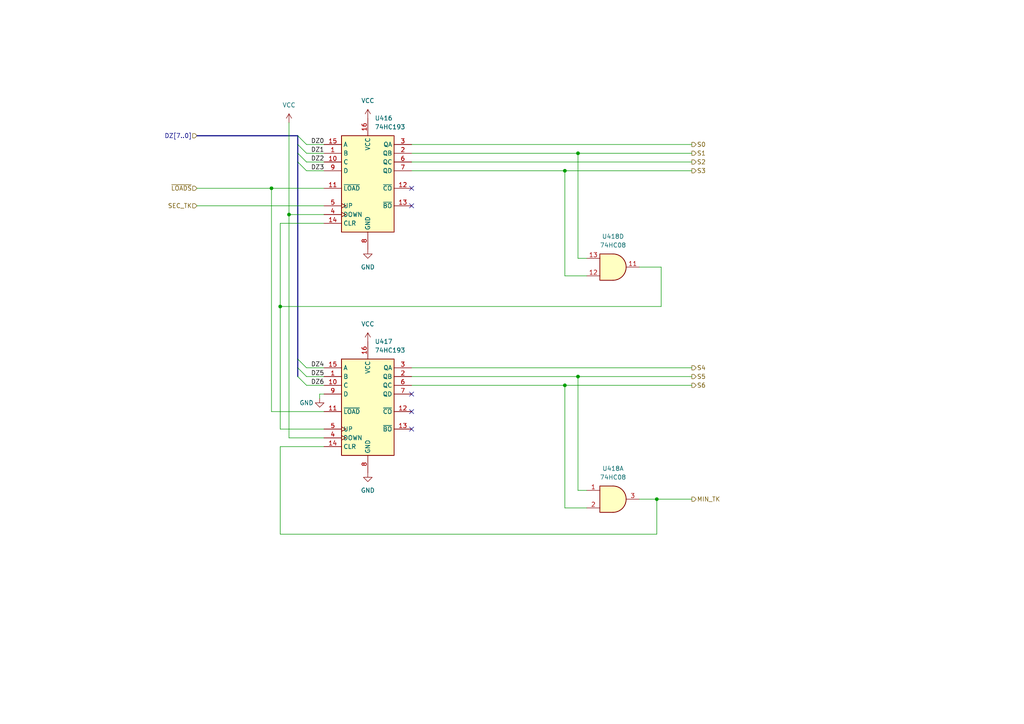
<source format=kicad_sch>
(kicad_sch (version 20211123) (generator eeschema)
  (paper "A4")
  (lib_symbols
    (symbol "74xx:74LS193"
      (property "Reference" "U" (at -7.62 13.97 0))
      (property "Value" "74LS193" (at 5.08 13.97 0))
      (symbol "74LS193_1_0"
        (pin input line (at -12.7 7.62 0) (length 5.08) (name "B") (number "1"))
        (pin input line (at -12.7 5.08 0) (length 5.08) (name "C") (number "10"))
        (pin input line (at -12.7 -2.54 0) (length 5.08) (name "~{LOAD}") (number "11"))
        (pin output line (at 12.7 -2.54 180) (length 5.08) (name "~{CO}") (number "12"))
        (pin output line (at 12.7 -7.62 180) (length 5.08) (name "~{BO}") (number "13"))
        (pin input line (at -12.7 -12.7 0) (length 5.08) (name "CLR") (number "14"))
        (pin input line (at -12.7 10.16 0) (length 5.08) (name "A") (number "15"))
        (pin power_in line (at 0 17.78 270) (length 5.08) (name "VCC") (number "16"))
        (pin output line (at 12.7 7.62 180) (length 5.08) (name "QB") (number "2"))
        (pin output line (at 12.7 10.16 180) (length 5.08) (name "QA") (number "3"))
        (pin input clock (at -12.7 -10.16 0) (length 5.08) (name "DOWN") (number "4"))
        (pin input clock (at -12.7 -7.62 0) (length 5.08) (name "UP") (number "5"))
        (pin output line (at 12.7 5.08 180) (length 5.08) (name "QC") (number "6"))
        (pin output line (at 12.7 2.54 180) (length 5.08) (name "QD") (number "7"))
        (pin power_in line (at 0 -20.32 90) (length 5.08) (name "GND") (number "8"))
        (pin input line (at -12.7 2.54 0) (length 5.08) (name "D") (number "9"))
      )
      (symbol "74LS193_1_1"
        (rectangle (start -7.62 12.7) (end 7.62 -15.24) (stroke (width 0.254)) (fill (type background)))
      )
    )
    (symbol "Custom 74xx:74HC08" (pin_names (offset 1.016))
      (property "Reference" "U" (at 0 1.27 0))
      (property "Value" "74HC08" (at 0 -1.27 0))
      (symbol "74HC08_1_1"
        (arc (start 0 -3.81) (mid 3.81 0) (end 0 3.81) (stroke (width 0.254)) (fill (type background)))
        (polyline (pts (xy 0 3.81) (xy -3.81 3.81) (xy -3.81 -3.81) (xy 0 -3.81)) (stroke (width 0.254)) (fill (type background)))
        (pin input line (at -7.62 2.54 0) (length 3.81) (name "~") (number "1"))
        (pin input line (at -7.62 -2.54 0) (length 3.81) (name "~") (number "2"))
        (pin output line (at 7.62 0 180) (length 3.81) (name "~") (number "3"))
      )
      (symbol "74HC08_1_2"
        (arc (start -3.81 -3.81) (mid -2.589 0) (end -3.81 3.81) (stroke (width 0.254)))
        (arc (start -0.6096 -3.81) (mid 2.1855 -2.584) (end 3.81 0) (stroke (width 0.254)) (fill (type background)))
        (polyline (pts (xy -3.81 -3.81) (xy -0.635 -3.81)) (stroke (width 0.254)) (fill (type background)))
        (polyline (pts (xy -3.81 3.81) (xy -0.635 3.81)) (stroke (width 0.254)) (fill (type background)))
        (polyline (pts (xy -0.635 3.81) (xy -3.81 3.81) (xy -3.81 3.81) (xy -3.556 3.4036) (xy -3.0226 2.2606) (xy -2.6924 1.0414) (xy -2.6162 -0.254) (xy -2.7686 -1.4986) (xy -3.175 -2.7178) (xy -3.81 -3.81) (xy -3.81 -3.81) (xy -0.635 -3.81)) (stroke (width -25.4)) (fill (type background)))
        (arc (start 3.81 0) (mid 2.1928 2.5925) (end -0.6096 3.81) (stroke (width 0.254)) (fill (type background)))
        (pin input inverted (at -7.62 2.54 0) (length 4.318) (name "~") (number "1"))
        (pin input inverted (at -7.62 -2.54 0) (length 4.318) (name "~") (number "2"))
        (pin output line (at 7.62 0 180) (length 3.81) (name "~") (number "3"))
      )
      (symbol "74HC08_2_1"
        (arc (start 0 -3.81) (mid 3.81 0) (end 0 3.81) (stroke (width 0.254)) (fill (type background)))
        (polyline (pts (xy 0 3.81) (xy -3.81 3.81) (xy -3.81 -3.81) (xy 0 -3.81)) (stroke (width 0.254)) (fill (type background)))
        (pin input line (at -7.62 2.54 0) (length 3.81) (name "~") (number "4"))
        (pin input line (at -7.62 -2.54 0) (length 3.81) (name "~") (number "5"))
        (pin output line (at 7.62 0 180) (length 3.81) (name "~") (number "6"))
      )
      (symbol "74HC08_2_2"
        (arc (start -3.81 -3.81) (mid -2.589 0) (end -3.81 3.81) (stroke (width 0.254)))
        (arc (start -0.6096 -3.81) (mid 2.1855 -2.584) (end 3.81 0) (stroke (width 0.254)) (fill (type background)))
        (polyline (pts (xy -3.81 -3.81) (xy -0.635 -3.81)) (stroke (width 0.254)) (fill (type background)))
        (polyline (pts (xy -3.81 3.81) (xy -0.635 3.81)) (stroke (width 0.254)) (fill (type background)))
        (polyline (pts (xy -0.635 3.81) (xy -3.81 3.81) (xy -3.81 3.81) (xy -3.556 3.4036) (xy -3.0226 2.2606) (xy -2.6924 1.0414) (xy -2.6162 -0.254) (xy -2.7686 -1.4986) (xy -3.175 -2.7178) (xy -3.81 -3.81) (xy -3.81 -3.81) (xy -0.635 -3.81)) (stroke (width -25.4)) (fill (type background)))
        (arc (start 3.81 0) (mid 2.1928 2.5925) (end -0.6096 3.81) (stroke (width 0.254)) (fill (type background)))
        (pin input inverted (at -7.62 2.54 0) (length 4.318) (name "~") (number "4"))
        (pin input inverted (at -7.62 -2.54 0) (length 4.318) (name "~") (number "5"))
        (pin output line (at 7.62 0 180) (length 3.81) (name "~") (number "6"))
      )
      (symbol "74HC08_3_1"
        (arc (start 0 -3.81) (mid 3.81 0) (end 0 3.81) (stroke (width 0.254)) (fill (type background)))
        (polyline (pts (xy 0 3.81) (xy -3.81 3.81) (xy -3.81 -3.81) (xy 0 -3.81)) (stroke (width 0.254)) (fill (type background)))
        (pin input line (at -7.62 -2.54 0) (length 3.81) (name "~") (number "10"))
        (pin output line (at 7.62 0 180) (length 3.81) (name "~") (number "8"))
        (pin input line (at -7.62 2.54 0) (length 3.81) (name "~") (number "9"))
      )
      (symbol "74HC08_3_2"
        (arc (start -3.81 -3.81) (mid -2.589 0) (end -3.81 3.81) (stroke (width 0.254)))
        (arc (start -0.6096 -3.81) (mid 2.1855 -2.584) (end 3.81 0) (stroke (width 0.254)) (fill (type background)))
        (polyline (pts (xy -3.81 -3.81) (xy -0.635 -3.81)) (stroke (width 0.254)) (fill (type background)))
        (polyline (pts (xy -3.81 3.81) (xy -0.635 3.81)) (stroke (width 0.254)) (fill (type background)))
        (polyline (pts (xy -0.635 3.81) (xy -3.81 3.81) (xy -3.81 3.81) (xy -3.556 3.4036) (xy -3.0226 2.2606) (xy -2.6924 1.0414) (xy -2.6162 -0.254) (xy -2.7686 -1.4986) (xy -3.175 -2.7178) (xy -3.81 -3.81) (xy -3.81 -3.81) (xy -0.635 -3.81)) (stroke (width -25.4)) (fill (type background)))
        (arc (start 3.81 0) (mid 2.1928 2.5925) (end -0.6096 3.81) (stroke (width 0.254)) (fill (type background)))
        (pin input inverted (at -7.62 -2.54 0) (length 4.318) (name "~") (number "10"))
        (pin output line (at 7.62 0 180) (length 3.81) (name "~") (number "8"))
        (pin input inverted (at -7.62 2.54 0) (length 4.318) (name "~") (number "9"))
      )
      (symbol "74HC08_4_1"
        (arc (start 0 -3.81) (mid 3.81 0) (end 0 3.81) (stroke (width 0.254)) (fill (type background)))
        (polyline (pts (xy 0 3.81) (xy -3.81 3.81) (xy -3.81 -3.81) (xy 0 -3.81)) (stroke (width 0.254)) (fill (type background)))
        (pin output line (at 7.62 0 180) (length 3.81) (name "~") (number "11"))
        (pin input line (at -7.62 2.54 0) (length 3.81) (name "~") (number "12"))
        (pin input line (at -7.62 -2.54 0) (length 3.81) (name "~") (number "13"))
      )
      (symbol "74HC08_4_2"
        (arc (start -3.81 -3.81) (mid -2.589 0) (end -3.81 3.81) (stroke (width 0.254)))
        (arc (start -0.6096 -3.81) (mid 2.1855 -2.584) (end 3.81 0) (stroke (width 0.254)) (fill (type background)))
        (polyline (pts (xy -3.81 -3.81) (xy -0.635 -3.81)) (stroke (width 0.254)) (fill (type background)))
        (polyline (pts (xy -3.81 3.81) (xy -0.635 3.81)) (stroke (width 0.254)) (fill (type background)))
        (polyline (pts (xy -0.635 3.81) (xy -3.81 3.81) (xy -3.81 3.81) (xy -3.556 3.4036) (xy -3.0226 2.2606) (xy -2.6924 1.0414) (xy -2.6162 -0.254) (xy -2.7686 -1.4986) (xy -3.175 -2.7178) (xy -3.81 -3.81) (xy -3.81 -3.81) (xy -0.635 -3.81)) (stroke (width -25.4)) (fill (type background)))
        (arc (start 3.81 0) (mid 2.1928 2.5925) (end -0.6096 3.81) (stroke (width 0.254)) (fill (type background)))
        (pin output line (at 7.62 0 180) (length 3.81) (name "~") (number "11"))
        (pin input inverted (at -7.62 2.54 0) (length 4.318) (name "~") (number "12"))
        (pin input inverted (at -7.62 -2.54 0) (length 4.318) (name "~") (number "13"))
      )
      (symbol "74HC08_5_0"
        (pin power_in line (at 0 12.7 270) (length 5.08) (name "VCC") (number "14"))
        (pin power_in line (at 0 -12.7 90) (length 5.08) (name "GND") (number "7"))
      )
      (symbol "74HC08_5_1"
        (rectangle (start -5.08 7.62) (end 5.08 -7.62) (stroke (width 0.254)) (fill (type background)))
      )
    )
    (symbol "power:GND" (power) (pin_names (offset 0))
      (property "Value" "GND" (at 0 -3.81 0))
      (symbol "GND_0_1"
        (polyline (pts (xy 0 0) (xy 0 -1.27) (xy 1.27 -1.27) (xy 0 -2.54) (xy -1.27 -1.27) (xy 0 -1.27)))
      )
      (symbol "GND_1_1"
        (pin power_in line (at 0 0 270) (length 0) hide (name "GND") (number "1"))
      )
    )
    (symbol "power:VCC" (power) (pin_names (offset 0))
      (property "Value" "VCC" (at 0 3.81 0))
      (symbol "VCC_0_1"
        (polyline (pts (xy -0.762 1.27) (xy 0 2.54)))
        (polyline (pts (xy 0 0) (xy 0 2.54)))
        (polyline (pts (xy 0 2.54) (xy 0.762 1.27)))
      )
      (symbol "VCC_1_1"
        (pin power_in line (at 0 0 90) (length 0) hide (name "VCC") (number "1"))
      )
    )
  )
  (junction (at 190.5 144.78))
  (junction (at 83.82 62.23))
  (junction (at 78.74 54.61))
  (junction (at 163.83 111.76))
  (junction (at 163.83 49.53))
  (junction (at 167.64 44.45))
  (junction (at 167.64 109.22))
  (junction (at 81.28 88.9))
  (no_connect (at 119.38 114.3))
  (no_connect (at 119.38 124.46))
  (no_connect (at 119.38 119.38))
  (no_connect (at 119.38 59.69))
  (no_connect (at 119.38 54.61))
  (bus_entry (at 86.36 106.68) (size 2.54 2.54))
  (bus_entry (at 86.36 46.99) (size 2.54 2.54))
  (bus_entry (at 86.36 104.14) (size 2.54 2.54))
  (bus_entry (at 86.36 39.37) (size 2.54 2.54))
  (bus_entry (at 86.36 109.22) (size 2.54 2.54))
  (bus_entry (at 86.36 41.91) (size 2.54 2.54))
  (bus_entry (at 86.36 44.45) (size 2.54 2.54))
  (wire (pts (xy 163.83 49.53) (xy 200.66 49.53)))
  (wire (pts (xy 83.82 127) (xy 93.98 127)))
  (wire (pts (xy 88.9 44.45) (xy 93.98 44.45)))
  (wire (pts (xy 119.38 106.68) (xy 200.66 106.68)))
  (wire (pts (xy 93.98 64.77) (xy 81.28 64.77)))
  (wire (pts (xy 167.64 109.22) (xy 200.66 109.22)))
  (wire (pts (xy 93.98 114.3) (xy 92.71 114.3)))
  (wire (pts (xy 167.64 44.45) (xy 200.66 44.45)))
  (wire (pts (xy 170.18 74.93) (xy 167.64 74.93)))
  (bus (pts (xy 86.36 41.91) (xy 86.36 44.45)))
  (wire (pts (xy 163.83 111.76) (xy 200.66 111.76)))
  (wire (pts (xy 167.64 142.24) (xy 167.64 109.22)))
  (wire (pts (xy 88.9 49.53) (xy 93.98 49.53)))
  (wire (pts (xy 83.82 35.56) (xy 83.82 62.23)))
  (wire (pts (xy 191.77 77.47) (xy 191.77 88.9)))
  (wire (pts (xy 81.28 124.46) (xy 93.98 124.46)))
  (wire (pts (xy 190.5 144.78) (xy 190.5 154.94)))
  (wire (pts (xy 88.9 111.76) (xy 93.98 111.76)))
  (wire (pts (xy 88.9 41.91) (xy 93.98 41.91)))
  (wire (pts (xy 190.5 144.78) (xy 200.66 144.78)))
  (wire (pts (xy 78.74 54.61) (xy 78.74 119.38)))
  (wire (pts (xy 83.82 62.23) (xy 93.98 62.23)))
  (wire (pts (xy 57.15 59.69) (xy 93.98 59.69)))
  (wire (pts (xy 78.74 119.38) (xy 93.98 119.38)))
  (wire (pts (xy 57.15 54.61) (xy 78.74 54.61)))
  (bus (pts (xy 86.36 44.45) (xy 86.36 46.99)))
  (wire (pts (xy 119.38 41.91) (xy 200.66 41.91)))
  (wire (pts (xy 167.64 74.93) (xy 167.64 44.45)))
  (bus (pts (xy 57.15 39.37) (xy 86.36 39.37)))
  (wire (pts (xy 190.5 154.94) (xy 81.28 154.94)))
  (wire (pts (xy 81.28 129.54) (xy 93.98 129.54)))
  (wire (pts (xy 119.38 111.76) (xy 163.83 111.76)))
  (wire (pts (xy 119.38 46.99) (xy 200.66 46.99)))
  (wire (pts (xy 185.42 144.78) (xy 190.5 144.78)))
  (wire (pts (xy 83.82 62.23) (xy 83.82 127)))
  (wire (pts (xy 92.71 114.3) (xy 92.71 115.57)))
  (wire (pts (xy 81.28 154.94) (xy 81.28 129.54)))
  (bus (pts (xy 86.36 46.99) (xy 86.36 104.14)))
  (bus (pts (xy 86.36 106.68) (xy 86.36 109.22)))
  (wire (pts (xy 163.83 80.01) (xy 163.83 49.53)))
  (wire (pts (xy 163.83 147.32) (xy 163.83 111.76)))
  (wire (pts (xy 170.18 142.24) (xy 167.64 142.24)))
  (wire (pts (xy 81.28 88.9) (xy 81.28 124.46)))
  (wire (pts (xy 191.77 88.9) (xy 81.28 88.9)))
  (wire (pts (xy 78.74 54.61) (xy 93.98 54.61)))
  (wire (pts (xy 119.38 44.45) (xy 167.64 44.45)))
  (wire (pts (xy 119.38 109.22) (xy 167.64 109.22)))
  (wire (pts (xy 170.18 147.32) (xy 163.83 147.32)))
  (wire (pts (xy 119.38 49.53) (xy 163.83 49.53)))
  (wire (pts (xy 170.18 80.01) (xy 163.83 80.01)))
  (wire (pts (xy 88.9 109.22) (xy 93.98 109.22)))
  (wire (pts (xy 185.42 77.47) (xy 191.77 77.47)))
  (wire (pts (xy 81.28 64.77) (xy 81.28 88.9)))
  (bus (pts (xy 86.36 104.14) (xy 86.36 106.68)))
  (wire (pts (xy 88.9 46.99) (xy 93.98 46.99)))
  (wire (pts (xy 88.9 106.68) (xy 93.98 106.68)))
  (bus (pts (xy 86.36 39.37) (xy 86.36 41.91)))
  (label "DZ2" (at 90.17 46.99 0))
  (label "DZ6" (at 90.17 111.76 0))
  (label "DZ5" (at 90.17 109.22 0))
  (label "DZ0" (at 90.17 41.91 0))
  (label "DZ3" (at 90.17 49.53 0))
  (label "DZ1" (at 90.17 44.45 0))
  (label "DZ4" (at 90.17 106.68 0))
  (hierarchical_label "S4" (shape output) (at 200.66 106.68 0))
  (hierarchical_label "DZ[7..0]" (shape input) (at 57.15 39.37 180))
  (hierarchical_label "S6" (shape output) (at 200.66 111.76 0))
  (hierarchical_label "SEC_TK" (shape input) (at 57.15 59.69 180))
  (hierarchical_label "MIN_TK" (shape output) (at 200.66 144.78 0))
  (hierarchical_label "~{LOADS}" (shape input) (at 57.15 54.61 180))
  (hierarchical_label "S1" (shape output) (at 200.66 44.45 0))
  (hierarchical_label "S3" (shape output) (at 200.66 49.53 0))
  (hierarchical_label "S2" (shape output) (at 200.66 46.99 0))
  (hierarchical_label "S5" (shape output) (at 200.66 109.22 0))
  (hierarchical_label "S0" (shape output) (at 200.66 41.91 0))
  (symbol (lib_id "Custom 74xx:74HC08") (at 177.8 144.78 0) (unit 1)
    (property "Reference" "U418" (at 177.8 135.89 0))
    (property "Value" "74HC08" (at 177.8 138.43 0))
    (property "Footprint" "Package_SO:SOIC-14_3.9x8.7mm_P1.27mm" (effects hide))
  )
  (symbol (lib_id "power:VCC") (at 83.82 35.56 0) (unit 1)
    (property "Reference" "#PWR0424" (effects hide))
    (property "Value" "VCC" (at 83.82 30.48 0))
  )
  (symbol (lib_id "power:VCC") (at 106.68 99.06 0) (unit 1)
    (property "Reference" "#PWR0428" (effects hide))
    (property "Value" "VCC" (at 106.68 93.98 0))
  )
  (symbol (lib_id "power:GND") (at 106.68 137.16 0) (unit 1)
    (property "Reference" "#PWR0429" (effects hide))
    (property "Value" "GND" (at 106.68 142.24 0))
  )
  (symbol (lib_id "power:VCC") (at 106.68 34.29 0) (unit 1)
    (property "Reference" "#PWR0426" (effects hide))
    (property "Value" "VCC" (at 106.68 29.21 0))
  )
  (symbol (lib_id "power:GND") (at 106.68 72.39 0) (unit 1)
    (property "Reference" "#PWR0427" (effects hide))
    (property "Value" "GND" (at 106.68 77.47 0))
  )
  (symbol (lib_id "74xx:74LS193") (at 106.68 116.84 0) (unit 1)
    (property "Reference" "U417" (at 108.6994 99.06 0) (effects (justify left)))
    (property "Value" "74HC193" (at 108.6994 101.6 0) (effects (justify left)))
    (property "Footprint" "Package_SO:SOIC-16_3.9x9.9mm_P1.27mm" (effects hide))
    (property "Datasheet" "http://www.ti.com/lit/ds/symlink/sn74ls193.pdf" (effects hide))
  )
  (symbol (lib_id "74xx:74LS193") (at 106.68 52.07 0) (unit 1)
    (property "Reference" "U416" (at 108.6994 34.29 0) (effects (justify left)))
    (property "Value" "74HC193" (at 108.6994 36.83 0) (effects (justify left)))
    (property "Footprint" "Package_SO:SOIC-16_3.9x9.9mm_P1.27mm" (effects hide))
    (property "Datasheet" "http://www.ti.com/lit/ds/symlink/sn74ls193.pdf" (effects hide))
  )
  (symbol (lib_id "Custom 74xx:74HC08") (at 177.8 77.47 0) (mirror x) (unit 4)
    (property "Reference" "U418" (at 177.8 68.58 0))
    (property "Value" "74HC08" (at 177.8 71.12 0))
    (property "Footprint" "Package_SO:SOIC-14_3.9x8.7mm_P1.27mm" (effects hide))
  )
  (symbol (lib_id "power:GND") (at 92.71 115.57 0) (unit 1)
    (property "Reference" "#PWR0425" (effects hide))
    (property "Value" "GND" (at 88.9 116.84 0))
  )
)
</source>
